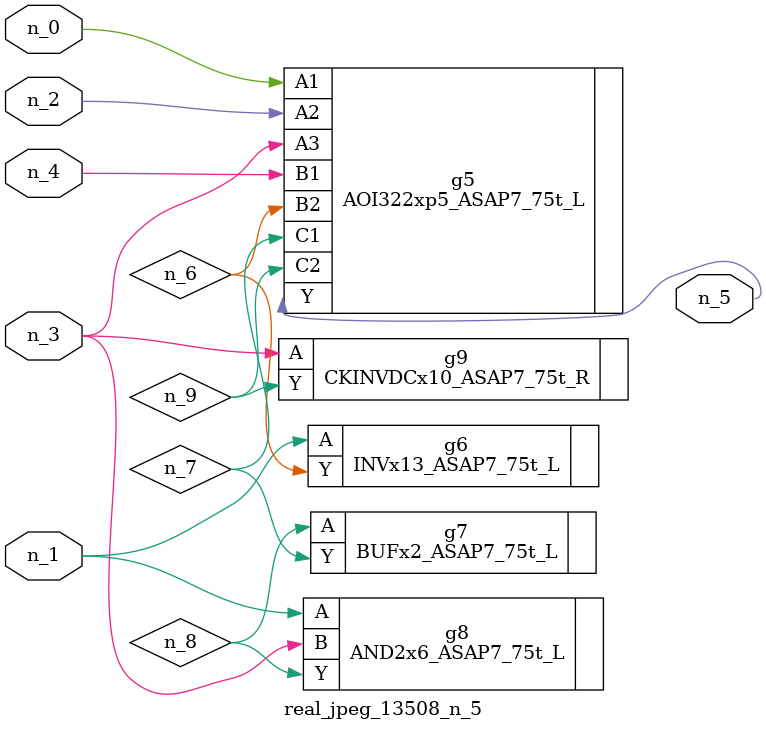
<source format=v>
module real_jpeg_13508_n_5 (n_4, n_0, n_1, n_2, n_3, n_5);

input n_4;
input n_0;
input n_1;
input n_2;
input n_3;

output n_5;

wire n_8;
wire n_6;
wire n_7;
wire n_9;

AOI322xp5_ASAP7_75t_L g5 ( 
.A1(n_0),
.A2(n_2),
.A3(n_3),
.B1(n_4),
.B2(n_6),
.C1(n_7),
.C2(n_9),
.Y(n_5)
);

INVx13_ASAP7_75t_L g6 ( 
.A(n_1),
.Y(n_6)
);

AND2x6_ASAP7_75t_L g8 ( 
.A(n_1),
.B(n_3),
.Y(n_8)
);

CKINVDCx10_ASAP7_75t_R g9 ( 
.A(n_3),
.Y(n_9)
);

BUFx2_ASAP7_75t_L g7 ( 
.A(n_8),
.Y(n_7)
);


endmodule
</source>
